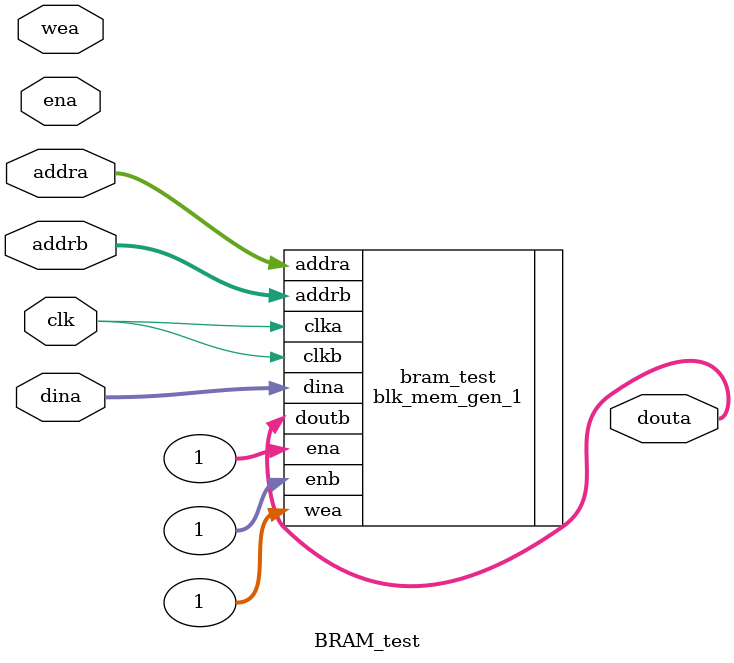
<source format=v>
`timescale 1ns / 1ps

module BRAM_test(clk,ena,wea,addra,addrb,dina,douta);
input clk,ena,wea;
input[13:0] addra;
input[13:0] addrb;
input[63:0] dina;
output[63:0] douta;

blk_mem_gen_1 bram_test(
        .clka(clk),    // input wire clka
        .ena(1),      // input wire ena
        .wea(1),      // input wire [0 : 0] wea
        .addra(addra),  // input wire [13 : 0] addra
        .dina(dina),    // input wire [104 : 0] dina

        .clkb(clk),    // input wire clkb
        .enb(1),      // input wire enb
        .addrb(addrb),  // input wire [13 : 0] addrb
        .doutb(douta)  // output wire [104 : 0] doutb
    );

endmodule


</source>
